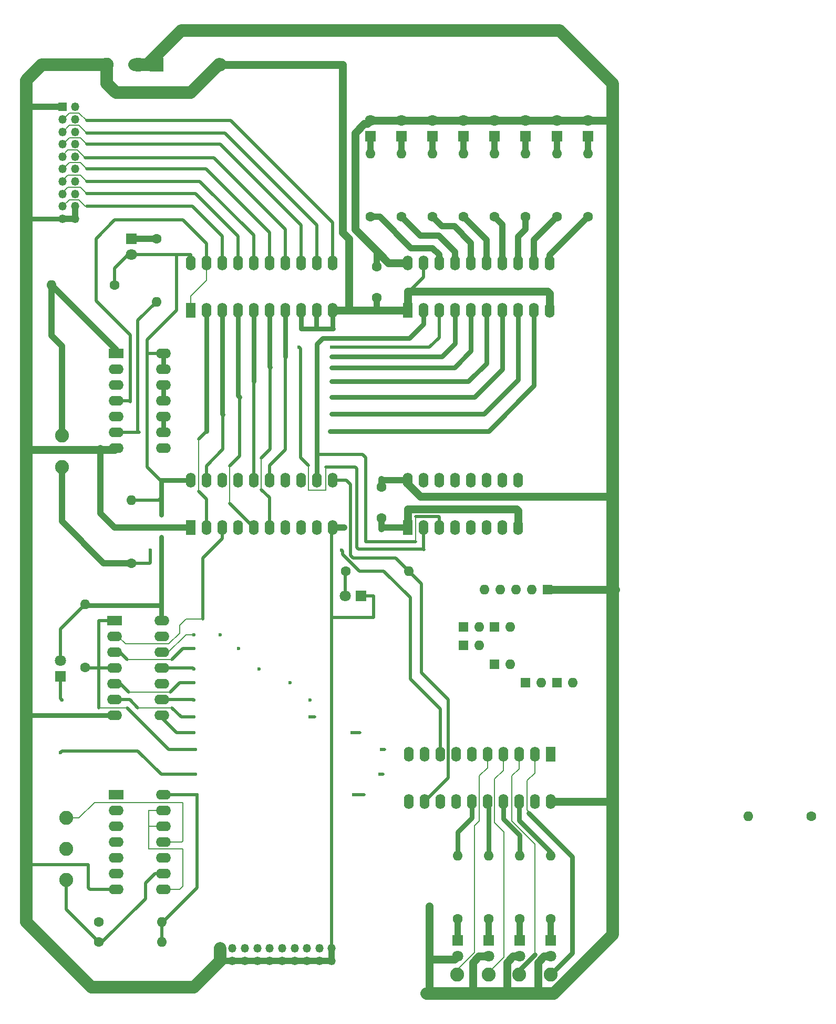
<source format=gbr>
G04 #@! TF.GenerationSoftware,KiCad,Pcbnew,no-vcs-found-bf44d39~61~ubuntu16.04.1*
G04 #@! TF.CreationDate,2018-04-25T15:46:39+02:00*
G04 #@! TF.ProjectId,Befehle,42656665686C652E6B696361645F7063,rev?*
G04 #@! TF.SameCoordinates,Original*
G04 #@! TF.FileFunction,Copper,L2,Bot,Signal*
G04 #@! TF.FilePolarity,Positive*
%FSLAX46Y46*%
G04 Gerber Fmt 4.6, Leading zero omitted, Abs format (unit mm)*
G04 Created by KiCad (PCBNEW no-vcs-found-bf44d39~61~ubuntu16.04.1) date Wed Apr 25 15:46:39 2018*
%MOMM*%
%LPD*%
G01*
G04 APERTURE LIST*
%ADD10R,1.800000X1.800000*%
%ADD11C,1.800000*%
%ADD12O,1.600000X2.400000*%
%ADD13R,1.600000X2.400000*%
%ADD14R,2.400000X1.600000*%
%ADD15O,2.400000X1.600000*%
%ADD16O,1.600000X1.600000*%
%ADD17R,1.600000X1.600000*%
%ADD18C,1.600000*%
%ADD19O,2.200000X2.200000*%
%ADD20R,2.200000X2.200000*%
%ADD21O,1.350000X1.350000*%
%ADD22R,1.350000X1.350000*%
%ADD23C,2.250000*%
%ADD24C,0.600000*%
%ADD25C,0.500000*%
%ADD26C,0.150000*%
%ADD27C,0.200000*%
%ADD28C,0.800000*%
%ADD29C,1.000000*%
%ADD30C,2.000000*%
%ADD31C,1.250000*%
G04 APERTURE END LIST*
D10*
X25000000Y-126000000D03*
D11*
X25000000Y-123460000D03*
D10*
X89000000Y-168500000D03*
D11*
X89000000Y-171040000D03*
D10*
X75000000Y-39000000D03*
D11*
X75000000Y-36460000D03*
D10*
X80000000Y-39000000D03*
D11*
X80000000Y-36460000D03*
D10*
X94000000Y-168500000D03*
D11*
X94000000Y-171040000D03*
D10*
X85000000Y-39000000D03*
D11*
X85000000Y-36460000D03*
X90000000Y-36460000D03*
D10*
X90000000Y-39000000D03*
D11*
X95000000Y-36460000D03*
D10*
X95000000Y-39000000D03*
X100000000Y-39000000D03*
D11*
X100000000Y-36460000D03*
D10*
X105000000Y-39000000D03*
D11*
X105000000Y-36460000D03*
D10*
X110000000Y-39000000D03*
D11*
X110000000Y-36460000D03*
D12*
X81000000Y-94380000D03*
X98780000Y-102000000D03*
X83540000Y-94380000D03*
X96240000Y-102000000D03*
X86080000Y-94380000D03*
X93700000Y-102000000D03*
X88620000Y-94380000D03*
X91160000Y-102000000D03*
X91160000Y-94380000D03*
X88620000Y-102000000D03*
X93700000Y-94380000D03*
X86080000Y-102000000D03*
X96240000Y-94380000D03*
X83540000Y-102000000D03*
X98780000Y-94380000D03*
D13*
X81000000Y-102000000D03*
D14*
X33750000Y-117000000D03*
D15*
X41370000Y-132240000D03*
X33750000Y-119540000D03*
X41370000Y-129700000D03*
X33750000Y-122080000D03*
X41370000Y-127160000D03*
X33750000Y-124620000D03*
X41370000Y-124620000D03*
X33750000Y-127160000D03*
X41370000Y-122080000D03*
X33750000Y-129700000D03*
X41370000Y-119540000D03*
X33750000Y-132240000D03*
X41370000Y-117000000D03*
D14*
X34000000Y-145000000D03*
D15*
X41620000Y-160240000D03*
X34000000Y-147540000D03*
X41620000Y-157700000D03*
X34000000Y-150080000D03*
X41620000Y-155160000D03*
X34000000Y-152620000D03*
X41620000Y-152620000D03*
X34000000Y-155160000D03*
X41620000Y-150080000D03*
X34000000Y-157700000D03*
X41620000Y-147540000D03*
X34000000Y-160240000D03*
X41620000Y-145000000D03*
D13*
X81000000Y-67000000D03*
D12*
X103860000Y-59380000D03*
X83540000Y-67000000D03*
X101320000Y-59380000D03*
X86080000Y-67000000D03*
X98780000Y-59380000D03*
X88620000Y-67000000D03*
X96240000Y-59380000D03*
X91160000Y-67000000D03*
X93700000Y-59380000D03*
X93700000Y-67000000D03*
X91160000Y-59380000D03*
X96240000Y-67000000D03*
X88620000Y-59380000D03*
X98780000Y-67000000D03*
X86080000Y-59380000D03*
X101320000Y-67000000D03*
X83540000Y-59380000D03*
X103860000Y-67000000D03*
X81000000Y-59380000D03*
D13*
X46000000Y-102000000D03*
D12*
X68860000Y-94380000D03*
X48540000Y-102000000D03*
X66320000Y-94380000D03*
X51080000Y-102000000D03*
X63780000Y-94380000D03*
X53620000Y-102000000D03*
X61240000Y-94380000D03*
X56160000Y-102000000D03*
X58700000Y-94380000D03*
X58700000Y-102000000D03*
X56160000Y-94380000D03*
X61240000Y-102000000D03*
X53620000Y-94380000D03*
X63780000Y-102000000D03*
X51080000Y-94380000D03*
X66320000Y-102000000D03*
X48540000Y-94380000D03*
X68860000Y-102000000D03*
X46000000Y-94380000D03*
D13*
X46000000Y-67000000D03*
D12*
X68860000Y-59380000D03*
X48540000Y-67000000D03*
X66320000Y-59380000D03*
X51080000Y-67000000D03*
X63780000Y-59380000D03*
X53620000Y-67000000D03*
X61240000Y-59380000D03*
X56160000Y-67000000D03*
X58700000Y-59380000D03*
X58700000Y-67000000D03*
X56160000Y-59380000D03*
X61240000Y-67000000D03*
X53620000Y-59380000D03*
X63780000Y-67000000D03*
X51080000Y-59380000D03*
X66320000Y-67000000D03*
X48540000Y-59380000D03*
X68860000Y-67000000D03*
X46000000Y-59380000D03*
D14*
X34000000Y-74000000D03*
D15*
X41620000Y-89240000D03*
X34000000Y-76540000D03*
X41620000Y-86700000D03*
X34000000Y-79080000D03*
X41620000Y-84160000D03*
X34000000Y-81620000D03*
X41620000Y-81620000D03*
X34000000Y-84160000D03*
X41620000Y-79080000D03*
X34000000Y-86700000D03*
X41620000Y-76540000D03*
X34000000Y-89240000D03*
X41620000Y-74000000D03*
D10*
X36500000Y-55500000D03*
D11*
X36500000Y-58040000D03*
D10*
X73500000Y-113000000D03*
D11*
X70960000Y-113000000D03*
D10*
X99000000Y-168500000D03*
D11*
X99000000Y-171040000D03*
D10*
X104000000Y-168500000D03*
D11*
X104000000Y-171040000D03*
D16*
X93340000Y-112000000D03*
X95880000Y-112000000D03*
X98420000Y-112000000D03*
X100960000Y-112000000D03*
D17*
X103500000Y-112000000D03*
D16*
X97540000Y-118000000D03*
D17*
X95000000Y-118000000D03*
X90000000Y-121000000D03*
D16*
X92540000Y-121000000D03*
X102540000Y-127000000D03*
D17*
X100000000Y-127000000D03*
D16*
X92540000Y-118000000D03*
D17*
X90000000Y-118000000D03*
D18*
X89000000Y-165000000D03*
D16*
X89000000Y-154840000D03*
X75000000Y-41840000D03*
D18*
X75000000Y-52000000D03*
X80000000Y-52000000D03*
D16*
X80000000Y-41840000D03*
X94000000Y-154840000D03*
D18*
X94000000Y-165000000D03*
D16*
X85000000Y-41840000D03*
D18*
X85000000Y-52000000D03*
X90000000Y-52000000D03*
D16*
X90000000Y-41840000D03*
X95000000Y-41840000D03*
D18*
X95000000Y-52000000D03*
X100000000Y-52000000D03*
D16*
X100000000Y-41840000D03*
X105000000Y-41840000D03*
D18*
X105000000Y-52000000D03*
D16*
X99000000Y-154840000D03*
D18*
X99000000Y-165000000D03*
X110000000Y-52000000D03*
D16*
X110000000Y-41840000D03*
D18*
X104000000Y-165000000D03*
D16*
X104000000Y-154840000D03*
D18*
X33750000Y-63000000D03*
D16*
X23590000Y-63000000D03*
X135840000Y-148500000D03*
D18*
X146000000Y-148500000D03*
X31250000Y-165500000D03*
D16*
X41410000Y-165500000D03*
X36500000Y-97590000D03*
D18*
X36500000Y-107750000D03*
D16*
X40500000Y-65660000D03*
D18*
X40500000Y-55500000D03*
D16*
X41410000Y-168750000D03*
D18*
X31250000Y-168750000D03*
X29000000Y-124500000D03*
D16*
X29000000Y-114340000D03*
D18*
X71000000Y-109000000D03*
D16*
X81160000Y-109000000D03*
X107540000Y-127000000D03*
D17*
X105000000Y-127000000D03*
D16*
X97540000Y-124000000D03*
D17*
X95000000Y-124000000D03*
D19*
X50660000Y-27500000D03*
D20*
X40500000Y-27500000D03*
D21*
X68750000Y-169750000D03*
X68750000Y-171750000D03*
X66750000Y-169750000D03*
X66750000Y-171750000D03*
X64750000Y-169750000D03*
X64750000Y-171750000D03*
X62750000Y-169750000D03*
X62750000Y-171750000D03*
X60750000Y-169750000D03*
X60750000Y-171750000D03*
X58750000Y-169750000D03*
X58750000Y-171750000D03*
X56750000Y-169750000D03*
X56750000Y-171750000D03*
X54750000Y-169750000D03*
X54750000Y-171750000D03*
X52750000Y-169750000D03*
X52750000Y-171750000D03*
X50750000Y-169750000D03*
D22*
X50750000Y-171750000D03*
X25400000Y-34290000D03*
D21*
X27400000Y-34290000D03*
X25400000Y-36290000D03*
X27400000Y-36290000D03*
X25400000Y-38290000D03*
X27400000Y-38290000D03*
X25400000Y-40290000D03*
X27400000Y-40290000D03*
X25400000Y-42290000D03*
X27400000Y-42290000D03*
X25400000Y-44290000D03*
X27400000Y-44290000D03*
X25400000Y-46290000D03*
X27400000Y-46290000D03*
X25400000Y-48290000D03*
X27400000Y-48290000D03*
X25400000Y-50290000D03*
X27400000Y-50290000D03*
X25400000Y-52290000D03*
X27400000Y-52290000D03*
D23*
X37540000Y-27500000D03*
X32460000Y-27500000D03*
X25250000Y-87210000D03*
X25250000Y-92290000D03*
X26000000Y-153750000D03*
X26000000Y-148750000D03*
X26000000Y-158750000D03*
X98960000Y-174000000D03*
X104040000Y-174000000D03*
X94040000Y-174000000D03*
X88960000Y-174000000D03*
D12*
X104000000Y-146120000D03*
X81140000Y-138500000D03*
X101460000Y-146120000D03*
X83680000Y-138500000D03*
X98920000Y-146120000D03*
X86220000Y-138500000D03*
X96380000Y-146120000D03*
X88760000Y-138500000D03*
X93840000Y-146120000D03*
X91300000Y-138500000D03*
X91300000Y-146120000D03*
X93840000Y-138500000D03*
X88760000Y-146120000D03*
X96380000Y-138500000D03*
X86220000Y-146120000D03*
X98920000Y-138500000D03*
X83680000Y-146120000D03*
X101460000Y-138500000D03*
X81140000Y-146120000D03*
D13*
X104000000Y-138500000D03*
D18*
X76000000Y-60000000D03*
X76000000Y-65000000D03*
X76750000Y-95500000D03*
X76750000Y-100500000D03*
D24*
X68750000Y-78500000D03*
X56200000Y-78500000D03*
X68750000Y-73000000D03*
X63500000Y-73000000D03*
X68750000Y-74500000D03*
X61250000Y-74500000D03*
X58800000Y-76200000D03*
X68750000Y-76250000D03*
X68750000Y-81000000D03*
X53900000Y-81000000D03*
X46750000Y-137750000D03*
X76750000Y-137750000D03*
X68750000Y-83750000D03*
X51200000Y-83800000D03*
X68500000Y-86500000D03*
X48600000Y-86500000D03*
X76750000Y-102000000D03*
X70750000Y-102000000D03*
X72250000Y-145000000D03*
X47000000Y-145000000D03*
X41250000Y-100000000D03*
X41300000Y-103500000D03*
X46750000Y-141750000D03*
X25250000Y-129750000D03*
X25000000Y-138250000D03*
X76500000Y-141750000D03*
X57000000Y-124750000D03*
X46500000Y-124750000D03*
X70300000Y-105600000D03*
X39500000Y-105600000D03*
X46500000Y-135000000D03*
X72000000Y-135000000D03*
X65250000Y-129750000D03*
X46500000Y-129750000D03*
X53750000Y-121500000D03*
X46500000Y-121500000D03*
X62000000Y-127000000D03*
X46500000Y-127000000D03*
X46500000Y-119250000D03*
X50750000Y-119250000D03*
X65250000Y-132500000D03*
X46500000Y-132500000D03*
D25*
X29250000Y-36500000D02*
X52500000Y-36500000D01*
D26*
X28000000Y-35250000D02*
X29250000Y-36500000D01*
X26500000Y-35250000D02*
X28000000Y-35250000D01*
X25460000Y-36290000D02*
X26500000Y-35250000D01*
D25*
X68860000Y-52860000D02*
X68860000Y-59380000D01*
X52500000Y-36500000D02*
X68860000Y-52860000D01*
D26*
X25400000Y-36290000D02*
X25460000Y-36290000D01*
D25*
X29250000Y-38500000D02*
X51500000Y-38500000D01*
D26*
X28000000Y-37250000D02*
X29250000Y-38500000D01*
X26500000Y-37250000D02*
X28000000Y-37250000D01*
X25460000Y-38290000D02*
X26500000Y-37250000D01*
D25*
X66320000Y-53320000D02*
X66320000Y-59380000D01*
X51500000Y-38500000D02*
X66320000Y-53320000D01*
D26*
X25400000Y-38290000D02*
X25460000Y-38290000D01*
D25*
X29250000Y-40250000D02*
X50750000Y-40250000D01*
D26*
X25460000Y-40290000D02*
X26500000Y-39250000D01*
X26500000Y-39250000D02*
X28250000Y-39250000D01*
X28250000Y-39250000D02*
X29250000Y-40250000D01*
D25*
X63780000Y-53280000D02*
X63780000Y-59380000D01*
X50750000Y-40250000D02*
X63780000Y-53280000D01*
D26*
X25400000Y-40290000D02*
X25460000Y-40290000D01*
X25400000Y-42290000D02*
X25400000Y-42100000D01*
X25400000Y-42100000D02*
X26250000Y-41250000D01*
D25*
X61240000Y-53990000D02*
X49750000Y-42500000D01*
X49750000Y-42500000D02*
X29000000Y-42500000D01*
X61240000Y-59380000D02*
X61240000Y-53990000D01*
D26*
X27750000Y-41250000D02*
X29000000Y-42500000D01*
X26250000Y-41250000D02*
X27750000Y-41250000D01*
X25400000Y-42290000D02*
X25460000Y-42290000D01*
D25*
X29250000Y-44250000D02*
X48500000Y-44250000D01*
D26*
X28250000Y-43250000D02*
X29250000Y-44250000D01*
X26500000Y-43250000D02*
X28250000Y-43250000D01*
X25460000Y-44290000D02*
X26500000Y-43250000D01*
D25*
X58750000Y-54500000D02*
X58750000Y-59330000D01*
X48500000Y-44250000D02*
X58750000Y-54500000D01*
X58750000Y-59330000D02*
X58700000Y-59380000D01*
D26*
X25400000Y-44290000D02*
X25460000Y-44290000D01*
D25*
X56160000Y-59380000D02*
X56160000Y-54910000D01*
D26*
X28250000Y-45250000D02*
X29250000Y-46250000D01*
X26250000Y-45250000D02*
X28250000Y-45250000D01*
X26250000Y-45250000D02*
X25400000Y-46100000D01*
D25*
X47500000Y-46250000D02*
X29250000Y-46250000D01*
X56160000Y-54910000D02*
X47500000Y-46250000D01*
D26*
X25400000Y-46290000D02*
X25400000Y-46100000D01*
D25*
X56200000Y-78500000D02*
X56200000Y-94340000D01*
D27*
X56200000Y-94340000D02*
X56160000Y-94380000D01*
D28*
X56160000Y-67000000D02*
X56160000Y-78460000D01*
X93700000Y-75550000D02*
X93700000Y-67000000D01*
X90750000Y-78500000D02*
X68750000Y-78500000D01*
X93700000Y-75550000D02*
X90750000Y-78500000D01*
X56160000Y-78460000D02*
X56200000Y-78500000D01*
D27*
X65000000Y-96000000D02*
X65250000Y-96000000D01*
D25*
X86080000Y-71420000D02*
X84500000Y-73000000D01*
X84500000Y-73000000D02*
X68750000Y-73000000D01*
X63500000Y-73000000D02*
X63750000Y-73250000D01*
X63750000Y-73250000D02*
X63750000Y-90750000D01*
X63750000Y-90750000D02*
X65000000Y-92000000D01*
D27*
X65000000Y-92000000D02*
X65000000Y-96000000D01*
D25*
X86080000Y-71420000D02*
X86080000Y-67000000D01*
X83540000Y-102000000D02*
X83540000Y-105460000D01*
X83540000Y-105460000D02*
X83600000Y-105520000D01*
X83600000Y-105520000D02*
X83520000Y-105520000D01*
X83520000Y-105520000D02*
X83500000Y-105500000D01*
X73000000Y-105500000D02*
X83500000Y-105500000D01*
X72750000Y-105250000D02*
X73000000Y-105500000D01*
X72750000Y-92500000D02*
X72750000Y-105250000D01*
X72500000Y-92250000D02*
X72750000Y-92500000D01*
X67750000Y-92250000D02*
X72500000Y-92250000D01*
D27*
X67750000Y-96000000D02*
X67750000Y-92250000D01*
X65250000Y-96000000D02*
X67750000Y-96000000D01*
D25*
X86080000Y-102000000D02*
X86080000Y-100330000D01*
X86080000Y-100330000D02*
X86000000Y-100250000D01*
X61250000Y-74500000D02*
X61250000Y-89450000D01*
X61250000Y-89450000D02*
X58700000Y-92000000D01*
X58700000Y-92000000D02*
X58700000Y-94380000D01*
D28*
X61250000Y-67010000D02*
X61250000Y-74500000D01*
X88620000Y-72380000D02*
X86500000Y-74500000D01*
X86500000Y-74500000D02*
X68750000Y-74500000D01*
X88620000Y-72380000D02*
X88620000Y-67000000D01*
X61250000Y-67010000D02*
X61240000Y-67000000D01*
D25*
X58800000Y-76200000D02*
X58800000Y-89400000D01*
X58800000Y-89400000D02*
X57400000Y-90800000D01*
D27*
X57400000Y-90800000D02*
X57400000Y-95900000D01*
D25*
X57400000Y-95900000D02*
X58700000Y-97200000D01*
X58700000Y-97200000D02*
X58700000Y-102000000D01*
D28*
X58700000Y-67000000D02*
X58700000Y-76100000D01*
X91160000Y-73590000D02*
X91160000Y-67000000D01*
X88500000Y-76250000D02*
X68750000Y-76250000D01*
X91160000Y-73590000D02*
X88500000Y-76250000D01*
X58700000Y-76100000D02*
X58800000Y-76200000D01*
D25*
X66320000Y-90250000D02*
X73750000Y-90250000D01*
X73750000Y-90250000D02*
X74250000Y-90750000D01*
X74250000Y-90750000D02*
X74250000Y-104250000D01*
X74250000Y-104250000D02*
X82250000Y-104250000D01*
D27*
X82250000Y-104250000D02*
X82250000Y-100250000D01*
D25*
X82250000Y-100250000D02*
X86000000Y-100250000D01*
D27*
X86000000Y-100250000D02*
X86000000Y-100500000D01*
D28*
X81250000Y-71500000D02*
X83500000Y-69250000D01*
X66320000Y-72430000D02*
X67250000Y-71500000D01*
X67250000Y-71500000D02*
X81250000Y-71500000D01*
X66320000Y-94380000D02*
X66320000Y-90250000D01*
X66320000Y-90250000D02*
X66320000Y-72430000D01*
X83500000Y-69250000D02*
X83500000Y-67040000D01*
X83500000Y-67040000D02*
X83540000Y-67000000D01*
D25*
X53900000Y-81000000D02*
X53900000Y-90500000D01*
X53900000Y-90500000D02*
X52300000Y-92100000D01*
D27*
X52300000Y-92100000D02*
X52300000Y-98140000D01*
D25*
X52300000Y-98140000D02*
X56160000Y-102000000D01*
D28*
X53620000Y-67000000D02*
X53620000Y-80720000D01*
X96240000Y-76510000D02*
X91750000Y-81000000D01*
X91750000Y-81000000D02*
X68750000Y-81000000D01*
X96240000Y-76510000D02*
X96240000Y-67000000D01*
X53620000Y-80720000D02*
X53900000Y-81000000D01*
D25*
X31250000Y-117000000D02*
X31250000Y-131000000D01*
D27*
X31250000Y-131000000D02*
X35750000Y-131000000D01*
D25*
X35750000Y-131000000D02*
X41750000Y-137000000D01*
X33750000Y-117000000D02*
X31250000Y-117000000D01*
X42500000Y-137750000D02*
X46750000Y-137750000D01*
X41750000Y-137000000D02*
X42500000Y-137750000D01*
X76750000Y-137750000D02*
X77250000Y-137750000D01*
X33750000Y-124620000D02*
X29120000Y-124620000D01*
X29120000Y-124620000D02*
X29000000Y-124500000D01*
X51200000Y-83800000D02*
X51200000Y-89400000D01*
X48540000Y-92060000D02*
X48540000Y-94380000D01*
X51200000Y-89400000D02*
X48540000Y-92060000D01*
D28*
X51080000Y-67000000D02*
X51080000Y-83680000D01*
X98780000Y-78220000D02*
X93250000Y-83750000D01*
X93250000Y-83750000D02*
X68750000Y-83750000D01*
X98780000Y-78220000D02*
X98780000Y-67000000D01*
X51080000Y-83680000D02*
X51200000Y-83800000D01*
D25*
X48540000Y-102000000D02*
X48540000Y-97440000D01*
X48540000Y-97440000D02*
X47300000Y-96200000D01*
D27*
X47300000Y-96200000D02*
X47300000Y-87800000D01*
D25*
X47300000Y-87800000D02*
X48600000Y-86500000D01*
D28*
X48600000Y-67060000D02*
X48600000Y-86500000D01*
X101320000Y-79180000D02*
X94000000Y-86500000D01*
X94000000Y-86500000D02*
X68500000Y-86500000D01*
X101320000Y-79180000D02*
X101320000Y-67000000D01*
X48600000Y-67060000D02*
X48540000Y-67000000D01*
D25*
X68750000Y-116500000D02*
X75500000Y-116500000D01*
X75500000Y-113000000D02*
X73500000Y-113000000D01*
X75500000Y-116500000D02*
X75500000Y-113000000D01*
D29*
X68860000Y-102000000D02*
X70750000Y-102000000D01*
X76750000Y-102000000D02*
X76750000Y-102250000D01*
X50750000Y-171750000D02*
X52750000Y-171750000D01*
X52750000Y-171750000D02*
X54750000Y-171750000D01*
X54750000Y-171750000D02*
X56750000Y-171750000D01*
X56750000Y-171750000D02*
X58750000Y-171750000D01*
X58750000Y-171750000D02*
X60750000Y-171750000D01*
X60750000Y-171750000D02*
X62750000Y-171750000D01*
X62750000Y-171750000D02*
X64750000Y-171750000D01*
X64750000Y-171750000D02*
X66750000Y-171750000D01*
X66750000Y-171750000D02*
X68750000Y-171750000D01*
X68750000Y-171750000D02*
X68750000Y-169750000D01*
D30*
X45000000Y-176000000D02*
X46500000Y-176000000D01*
X30000000Y-176000000D02*
X45000000Y-176000000D01*
X19500000Y-165500000D02*
X30000000Y-176000000D01*
X19500000Y-156250000D02*
X19500000Y-165500000D01*
X46500000Y-176000000D02*
X50750000Y-171750000D01*
X50750000Y-171750000D02*
X50750000Y-169750000D01*
D25*
X68750000Y-169750000D02*
X68750000Y-116500000D01*
X68750000Y-116500000D02*
X68750000Y-102110000D01*
X68750000Y-102110000D02*
X68860000Y-102000000D01*
D28*
X66250000Y-70000000D02*
X66250000Y-67070000D01*
X66250000Y-67070000D02*
X66320000Y-67000000D01*
X63780000Y-67000000D02*
X63780000Y-69970000D01*
X68860000Y-69860000D02*
X68860000Y-67000000D01*
X69000000Y-70000000D02*
X68860000Y-69860000D01*
X63810000Y-70000000D02*
X66250000Y-70000000D01*
X66250000Y-70000000D02*
X69000000Y-70000000D01*
X63780000Y-69970000D02*
X63810000Y-70000000D01*
D29*
X76750000Y-100500000D02*
X76750000Y-102250000D01*
X77000000Y-102000000D02*
X81000000Y-102000000D01*
X76750000Y-102250000D02*
X77000000Y-102000000D01*
X76000000Y-65000000D02*
X76000000Y-67000000D01*
X25400000Y-52290000D02*
X27400000Y-52290000D01*
X27400000Y-52290000D02*
X27400000Y-50290000D01*
X31500000Y-89500000D02*
X31500000Y-92250000D01*
X33750000Y-102000000D02*
X31500000Y-99750000D01*
X31500000Y-99750000D02*
X31500000Y-92250000D01*
X33750000Y-102000000D02*
X46000000Y-102000000D01*
X31500000Y-89500000D02*
X31500000Y-89750000D01*
X31500000Y-89750000D02*
X31500000Y-89500000D01*
X31500000Y-89500000D02*
X31500000Y-89250000D01*
X31500000Y-89250000D02*
X31500000Y-89500000D01*
D28*
X33750000Y-132240000D02*
X19500000Y-132240000D01*
X19750000Y-132250000D02*
X19500000Y-132250000D01*
X19510000Y-132250000D02*
X19750000Y-132250000D01*
X19500000Y-132240000D02*
X19510000Y-132250000D01*
D25*
X81000000Y-64000000D02*
X81250000Y-64000000D01*
X83540000Y-61710000D02*
X83540000Y-59380000D01*
X81250000Y-64000000D02*
X83540000Y-61710000D01*
X34000000Y-160240000D02*
X29760000Y-160240000D01*
X29500000Y-156250000D02*
X19500000Y-156250000D01*
X29500000Y-159980000D02*
X29500000Y-156250000D01*
X29760000Y-160240000D02*
X29500000Y-159980000D01*
X19500000Y-156250000D02*
X20500000Y-156250000D01*
X20500000Y-156250000D02*
X19500000Y-156250000D01*
D28*
X25400000Y-52290000D02*
X19540000Y-52290000D01*
X19540000Y-52290000D02*
X19500000Y-52250000D01*
D29*
X25400000Y-34290000D02*
X19500000Y-34290000D01*
X19500000Y-34290000D02*
X19500000Y-34500000D01*
D31*
X19500000Y-89500000D02*
X31500000Y-89500000D01*
X31500000Y-89500000D02*
X33740000Y-89500000D01*
X33740000Y-89500000D02*
X34000000Y-89240000D01*
X71500000Y-67000000D02*
X71500000Y-55500000D01*
X70500000Y-27500000D02*
X50660000Y-27500000D01*
X70500000Y-54500000D02*
X70500000Y-27500000D01*
X71500000Y-55500000D02*
X70500000Y-54500000D01*
X81000000Y-67000000D02*
X76000000Y-67000000D01*
X76000000Y-67000000D02*
X71500000Y-67000000D01*
X71500000Y-67000000D02*
X68860000Y-67000000D01*
X103860000Y-67000000D02*
X103860000Y-64360000D01*
X81000000Y-64000000D02*
X81000000Y-67000000D01*
X103500000Y-64000000D02*
X81000000Y-64000000D01*
X103860000Y-64360000D02*
X103500000Y-64000000D01*
X98780000Y-102000000D02*
X98780000Y-99280000D01*
X81000000Y-99000000D02*
X81000000Y-102000000D01*
X98500000Y-99000000D02*
X81000000Y-99000000D01*
X98780000Y-99280000D02*
X98500000Y-99000000D01*
D30*
X32500000Y-27500000D02*
X22000000Y-27500000D01*
X19500000Y-30000000D02*
X19500000Y-32000000D01*
X19500000Y-32000000D02*
X19500000Y-34500000D01*
X19500000Y-34500000D02*
X19500000Y-52250000D01*
X19500000Y-52250000D02*
X19500000Y-84250000D01*
X19500000Y-84250000D02*
X19500000Y-89500000D01*
X19500000Y-89500000D02*
X19500000Y-132250000D01*
X19500000Y-132250000D02*
X19500000Y-156250000D01*
X22000000Y-27500000D02*
X19500000Y-30000000D01*
X50660000Y-27500000D02*
X50500000Y-27500000D01*
X50500000Y-27500000D02*
X46000000Y-32000000D01*
X46000000Y-32000000D02*
X34000000Y-32000000D01*
X34000000Y-32000000D02*
X32500000Y-30500000D01*
X32500000Y-30500000D02*
X32500000Y-27500000D01*
D28*
X41620000Y-76540000D02*
X41620000Y-74000000D01*
D29*
X76750000Y-95500000D02*
X76750000Y-94250000D01*
X76880000Y-94380000D02*
X81000000Y-94380000D01*
X76750000Y-94250000D02*
X76880000Y-94380000D01*
X76000000Y-60000000D02*
X76000000Y-57500000D01*
D25*
X72250000Y-145000000D02*
X74000000Y-145000000D01*
X25000000Y-123460000D02*
X25000000Y-118340000D01*
X25000000Y-118340000D02*
X29000000Y-114340000D01*
D28*
X41250000Y-114500000D02*
X29160000Y-114500000D01*
D25*
X29160000Y-114500000D02*
X29000000Y-114340000D01*
D28*
X41250000Y-116880000D02*
X41250000Y-114500000D01*
X41250000Y-114500000D02*
X41300000Y-103500000D01*
X41250000Y-100000000D02*
X41250000Y-97180000D01*
D25*
X41250000Y-116880000D02*
X41370000Y-117000000D01*
X36500000Y-97590000D02*
X40840000Y-97590000D01*
X40840000Y-97590000D02*
X41250000Y-97180000D01*
D28*
X41250000Y-97180000D02*
X41250000Y-94380000D01*
D25*
X36500000Y-58040000D02*
X35960000Y-58040000D01*
X35960000Y-58040000D02*
X33750000Y-60250000D01*
X33750000Y-60250000D02*
X33750000Y-63000000D01*
X47000000Y-145000000D02*
X41620000Y-145000000D01*
X41410000Y-165500000D02*
X41500000Y-165500000D01*
X41500000Y-165500000D02*
X47000000Y-160000000D01*
X47000000Y-160000000D02*
X47000000Y-145000000D01*
X41410000Y-168750000D02*
X41410000Y-165500000D01*
X39000000Y-74000000D02*
X41620000Y-74000000D01*
X43750000Y-58040000D02*
X43750000Y-67000000D01*
X41130000Y-94380000D02*
X41250000Y-94380000D01*
D28*
X41250000Y-94380000D02*
X46000000Y-94380000D01*
D25*
X39000000Y-92250000D02*
X41130000Y-94380000D01*
X39000000Y-71750000D02*
X39000000Y-74000000D01*
X39000000Y-74000000D02*
X39000000Y-92250000D01*
X43750000Y-67000000D02*
X39000000Y-71750000D01*
X36500000Y-58040000D02*
X43750000Y-58040000D01*
X43750000Y-58040000D02*
X45960000Y-58040000D01*
X46000000Y-58080000D02*
X46000000Y-59380000D01*
X45960000Y-58040000D02*
X46000000Y-58080000D01*
D28*
X94000000Y-154840000D02*
X94000000Y-146280000D01*
X94000000Y-146280000D02*
X93840000Y-146120000D01*
D31*
X114000000Y-36500000D02*
X110040000Y-36500000D01*
X110040000Y-36500000D02*
X110000000Y-36460000D01*
X110000000Y-36460000D02*
X100000000Y-36460000D01*
X100000000Y-36460000D02*
X95000000Y-36460000D01*
X95000000Y-36460000D02*
X90000000Y-36460000D01*
X90000000Y-36460000D02*
X85000000Y-36460000D01*
X85000000Y-36460000D02*
X80000000Y-36460000D01*
X80000000Y-36460000D02*
X75000000Y-36460000D01*
X75000000Y-36460000D02*
X74460000Y-37000000D01*
X74460000Y-37000000D02*
X74000000Y-37000000D01*
X74000000Y-37000000D02*
X72500000Y-38500000D01*
X72500000Y-38500000D02*
X72500000Y-54000000D01*
X72500000Y-54000000D02*
X76000000Y-57500000D01*
X76000000Y-57500000D02*
X77880000Y-59380000D01*
X77880000Y-59380000D02*
X81000000Y-59380000D01*
X81000000Y-94380000D02*
X81000000Y-95000000D01*
X81000000Y-95000000D02*
X83000000Y-97000000D01*
X83000000Y-97000000D02*
X114000000Y-97000000D01*
X103500000Y-112000000D02*
X114000000Y-112000000D01*
X114000000Y-112000000D02*
X114500000Y-112000000D01*
X114500000Y-112000000D02*
X114000000Y-112000000D01*
X104000000Y-146120000D02*
X114000000Y-146120000D01*
X113500000Y-146500000D02*
X114000000Y-146500000D01*
X113620000Y-146500000D02*
X113500000Y-146500000D01*
X114000000Y-146120000D02*
X113620000Y-146500000D01*
D30*
X44500000Y-22000000D02*
X39000000Y-27500000D01*
X114000000Y-30500000D02*
X114000000Y-36500000D01*
X114000000Y-36500000D02*
X114000000Y-97000000D01*
X114000000Y-97000000D02*
X114000000Y-112000000D01*
X114000000Y-112000000D02*
X114000000Y-146500000D01*
X114000000Y-146500000D02*
X114000000Y-167500000D01*
X105500000Y-22000000D02*
X114000000Y-30500000D01*
X44500000Y-22000000D02*
X105500000Y-22000000D01*
X37000000Y-27500000D02*
X39000000Y-27500000D01*
X39000000Y-27500000D02*
X40500000Y-27500000D01*
D29*
X94000000Y-146280000D02*
X93840000Y-146120000D01*
D30*
X104500000Y-177000000D02*
X102000000Y-177000000D01*
X102000000Y-177000000D02*
X97000000Y-177000000D01*
X97000000Y-177000000D02*
X91500000Y-177000000D01*
X114000000Y-167500000D02*
X104500000Y-177000000D01*
D31*
X102000000Y-177000000D02*
X102000000Y-172000000D01*
X102000000Y-172000000D02*
X102960000Y-171040000D01*
X97000000Y-177000000D02*
X97000000Y-172000000D01*
X97000000Y-172000000D02*
X97960000Y-171040000D01*
X91500000Y-177000000D02*
X91500000Y-172000000D01*
X91500000Y-172000000D02*
X92460000Y-171040000D01*
D30*
X91500000Y-177000000D02*
X84000000Y-177000000D01*
D31*
X84500000Y-174500000D02*
X84500000Y-177000000D01*
D30*
X84000000Y-177000000D02*
X84500000Y-177000000D01*
D31*
X84500000Y-171500000D02*
X84500000Y-174500000D01*
X84500000Y-163000000D02*
X84500000Y-171500000D01*
D27*
X39250000Y-150080000D02*
X39250000Y-147500000D01*
X39290000Y-147540000D02*
X41620000Y-147540000D01*
X39250000Y-147500000D02*
X39290000Y-147540000D01*
X41580000Y-147500000D02*
X41620000Y-147540000D01*
X39250000Y-150080000D02*
X39250000Y-153750000D01*
X44240000Y-160240000D02*
X41620000Y-160240000D01*
X44750000Y-153750000D02*
X39250000Y-153750000D01*
X44750000Y-159730000D02*
X44750000Y-153750000D01*
X44240000Y-160240000D02*
X44750000Y-159730000D01*
X39250000Y-150080000D02*
X41620000Y-150080000D01*
D25*
X25000000Y-129500000D02*
X25250000Y-129750000D01*
X25000000Y-138250000D02*
X25250000Y-138000000D01*
X25250000Y-138000000D02*
X37500000Y-138000000D01*
X37500000Y-138000000D02*
X41250000Y-141750000D01*
X41250000Y-141750000D02*
X46750000Y-141750000D01*
X25000000Y-126000000D02*
X25000000Y-129500000D01*
X76500000Y-141750000D02*
X77000000Y-141750000D01*
D29*
X36500000Y-55500000D02*
X40500000Y-55500000D01*
X89000000Y-165000000D02*
X89000000Y-168500000D01*
X75000000Y-41840000D02*
X75000000Y-39000000D01*
X80000000Y-41840000D02*
X80000000Y-39000000D01*
X94000000Y-165000000D02*
X94000000Y-168500000D01*
X85000000Y-41840000D02*
X85000000Y-39000000D01*
X90000000Y-41840000D02*
X90000000Y-39000000D01*
X95000000Y-41840000D02*
X95000000Y-39000000D01*
X100000000Y-41840000D02*
X100000000Y-39000000D01*
X105000000Y-41840000D02*
X105000000Y-39000000D01*
X110000000Y-41840000D02*
X110000000Y-39000000D01*
D25*
X29250000Y-48250000D02*
X46750000Y-48250000D01*
D26*
X28250000Y-47250000D02*
X29250000Y-48250000D01*
X25400000Y-48100000D02*
X26250000Y-47250000D01*
X26250000Y-47250000D02*
X28250000Y-47250000D01*
D25*
X53620000Y-55120000D02*
X53620000Y-59380000D01*
X46750000Y-48250000D02*
X53620000Y-55120000D01*
D26*
X25400000Y-48290000D02*
X25400000Y-48100000D01*
X29250000Y-50250000D02*
X29000000Y-50250000D01*
D25*
X51080000Y-55080000D02*
X46250000Y-50250000D01*
X46250000Y-50250000D02*
X29250000Y-50250000D01*
X51080000Y-59380000D02*
X51080000Y-55080000D01*
D26*
X26440000Y-49250000D02*
X25400000Y-50290000D01*
X28000000Y-49250000D02*
X26440000Y-49250000D01*
X29000000Y-50250000D02*
X28000000Y-49250000D01*
D29*
X34000000Y-74000000D02*
X34000000Y-73410000D01*
X34000000Y-73410000D02*
X23590000Y-63000000D01*
X25250000Y-87210000D02*
X25250000Y-72750000D01*
X23590000Y-71090000D02*
X23590000Y-63000000D01*
X25250000Y-72750000D02*
X23590000Y-71090000D01*
D25*
X34000000Y-86700000D02*
X37700000Y-86700000D01*
X37500000Y-68660000D02*
X40500000Y-65660000D01*
X37500000Y-86500000D02*
X37500000Y-68660000D01*
X37700000Y-86700000D02*
X37500000Y-86500000D01*
D29*
X85000000Y-57000000D02*
X81500000Y-57000000D01*
X86080000Y-58080000D02*
X85000000Y-57000000D01*
X86080000Y-59380000D02*
X86080000Y-58080000D01*
X76500000Y-52000000D02*
X75000000Y-52000000D01*
X81500000Y-57000000D02*
X76500000Y-52000000D01*
X88620000Y-59380000D02*
X88620000Y-57620000D01*
X83000000Y-55000000D02*
X80000000Y-52000000D01*
X86000000Y-55000000D02*
X83000000Y-55000000D01*
X88620000Y-57620000D02*
X86000000Y-55000000D01*
X91160000Y-59380000D02*
X91160000Y-56160000D01*
X86500000Y-53500000D02*
X85000000Y-52000000D01*
X88500000Y-53500000D02*
X86500000Y-53500000D01*
X91160000Y-56160000D02*
X88500000Y-53500000D01*
X96240000Y-59380000D02*
X96240000Y-53240000D01*
X96240000Y-53240000D02*
X95000000Y-52000000D01*
X101320000Y-59380000D02*
X101320000Y-55680000D01*
X101320000Y-55680000D02*
X105000000Y-52000000D01*
D27*
X41620000Y-152620000D02*
X44620000Y-152620000D01*
X28000000Y-148750000D02*
X26000000Y-148750000D01*
X30500000Y-146250000D02*
X28000000Y-148750000D01*
X44750000Y-146250000D02*
X30500000Y-146250000D01*
X44750000Y-152490000D02*
X44750000Y-146250000D01*
X44620000Y-152620000D02*
X44750000Y-152490000D01*
D25*
X31250000Y-168750000D02*
X31750000Y-168750000D01*
X31750000Y-168750000D02*
X38750000Y-161750000D01*
X40300000Y-157700000D02*
X41620000Y-157700000D01*
X38750000Y-159250000D02*
X40300000Y-157700000D01*
X38750000Y-161750000D02*
X38750000Y-159250000D01*
X26000000Y-158750000D02*
X26000000Y-163500000D01*
X26000000Y-163500000D02*
X31250000Y-168750000D01*
X46370000Y-124620000D02*
X46500000Y-124750000D01*
X46370000Y-124620000D02*
X41370000Y-124620000D01*
D28*
X89000000Y-154840000D02*
X89000000Y-151000000D01*
X91300000Y-148700000D02*
X91300000Y-146120000D01*
X89000000Y-151000000D02*
X91300000Y-148700000D01*
D29*
X99000000Y-165000000D02*
X99000000Y-168500000D01*
X104000000Y-165000000D02*
X104000000Y-168500000D01*
D27*
X88960000Y-174000000D02*
X88960000Y-173231850D01*
X88960000Y-173231850D02*
X91750000Y-170441850D01*
X91750000Y-170441850D02*
X91750000Y-150000000D01*
X91750000Y-150000000D02*
X92500000Y-149250000D01*
X92500000Y-149250000D02*
X92500000Y-142000000D01*
X92500000Y-142000000D02*
X93840000Y-140660000D01*
X93840000Y-140660000D02*
X93840000Y-138500000D01*
X94040000Y-174000000D02*
X94040000Y-173651850D01*
X94040000Y-173651850D02*
X96500000Y-171191850D01*
X96500000Y-171191850D02*
X96500000Y-151000000D01*
X96500000Y-151000000D02*
X95000000Y-149500000D01*
X95000000Y-149500000D02*
X95000000Y-142500000D01*
X95000000Y-142500000D02*
X96380000Y-141120000D01*
X96380000Y-141120000D02*
X96380000Y-138500000D01*
D28*
X98960000Y-174000000D02*
X98960000Y-173307586D01*
X98960000Y-173307586D02*
X101500000Y-170767586D01*
D27*
X101500000Y-170767586D02*
X101500000Y-153000000D01*
X101500000Y-153000000D02*
X97750000Y-149250000D01*
X97750000Y-149250000D02*
X97750000Y-142000000D01*
X97750000Y-142000000D02*
X98920000Y-140830000D01*
X98920000Y-140830000D02*
X98920000Y-138500000D01*
X100500000Y-148000000D02*
X100500000Y-147750000D01*
D28*
X100500000Y-148000000D02*
X107500000Y-155000000D01*
X107500000Y-170500000D02*
X107500000Y-155000000D01*
X104040000Y-173960000D02*
X107500000Y-170500000D01*
D27*
X101460000Y-141540000D02*
X101460000Y-138500000D01*
X100250000Y-142750000D02*
X101460000Y-141540000D01*
X100250000Y-147500000D02*
X100250000Y-142750000D01*
X100500000Y-147750000D02*
X100250000Y-147500000D01*
D28*
X104040000Y-174000000D02*
X104040000Y-173960000D01*
X99000000Y-154840000D02*
X99000000Y-151500000D01*
X96380000Y-148880000D02*
X96380000Y-146120000D01*
X99000000Y-151500000D02*
X96380000Y-148880000D01*
D25*
X70960000Y-113000000D02*
X70960000Y-109040000D01*
X70960000Y-109040000D02*
X71000000Y-109000000D01*
X36500000Y-107750000D02*
X39450000Y-107750000D01*
X86220000Y-131220000D02*
X86220000Y-138500000D01*
X81400000Y-126400000D02*
X86220000Y-131220000D01*
X81400000Y-113300000D02*
X81400000Y-126400000D01*
X77100000Y-109000000D02*
X81400000Y-113300000D01*
X73200000Y-109000000D02*
X77100000Y-109000000D01*
X70500000Y-106300000D02*
X73200000Y-109000000D01*
X70500000Y-105800000D02*
X70500000Y-106300000D01*
X70300000Y-105600000D02*
X70500000Y-105800000D01*
X39500000Y-107700000D02*
X39500000Y-105600000D01*
X39450000Y-107750000D02*
X39500000Y-107700000D01*
D29*
X25250000Y-92290000D02*
X25250000Y-101000000D01*
X32000000Y-107750000D02*
X36500000Y-107750000D01*
X25250000Y-101000000D02*
X32000000Y-107750000D01*
D25*
X68860000Y-94380000D02*
X71120000Y-94380000D01*
X87500000Y-142300000D02*
X83680000Y-146120000D01*
X87500000Y-129700000D02*
X87500000Y-142300000D01*
X83200000Y-125400000D02*
X87500000Y-129700000D01*
X83200000Y-111040000D02*
X83200000Y-125400000D01*
X79060000Y-106900000D02*
X83200000Y-111040000D01*
X72200000Y-106900000D02*
X79060000Y-106900000D01*
X71800000Y-106500000D02*
X72200000Y-106900000D01*
X71800000Y-95060000D02*
X71800000Y-106500000D01*
X71120000Y-94380000D02*
X71800000Y-95060000D01*
D29*
X93700000Y-59380000D02*
X93700000Y-55700000D01*
X93700000Y-55700000D02*
X90000000Y-52000000D01*
X98780000Y-59380000D02*
X98780000Y-55220000D01*
X100000000Y-54000000D02*
X100000000Y-52000000D01*
X98780000Y-55220000D02*
X100000000Y-54000000D01*
X103860000Y-59380000D02*
X103860000Y-58140000D01*
X103860000Y-58140000D02*
X110000000Y-52000000D01*
D28*
X104000000Y-154840000D02*
X104000000Y-154250000D01*
X104000000Y-154250000D02*
X98920000Y-149170000D01*
X98920000Y-149170000D02*
X98920000Y-146120000D01*
D29*
X98920000Y-146120000D02*
X98920000Y-146420000D01*
D25*
X41370000Y-132240000D02*
X41370000Y-132620000D01*
X41370000Y-132620000D02*
X43750000Y-135000000D01*
X43750000Y-135000000D02*
X46500000Y-135000000D01*
X72000000Y-135000000D02*
X73250000Y-135000000D01*
X51080000Y-102000000D02*
X51080000Y-103820000D01*
D27*
X45250000Y-116750000D02*
X48000000Y-116750000D01*
X44250000Y-117750000D02*
X45250000Y-116750000D01*
X44250000Y-119000000D02*
X44250000Y-117750000D01*
X42500000Y-120750000D02*
X44250000Y-119000000D01*
X35500000Y-120750000D02*
X42500000Y-120750000D01*
X35500000Y-120750000D02*
X34290000Y-119540000D01*
D25*
X48000000Y-106900000D02*
X48000000Y-116750000D01*
X51080000Y-103820000D02*
X48000000Y-106900000D01*
D27*
X33750000Y-119540000D02*
X34290000Y-119540000D01*
D25*
X41370000Y-129700000D02*
X46450000Y-129700000D01*
X46450000Y-129700000D02*
X46500000Y-129750000D01*
D27*
X33750000Y-122080000D02*
X34580000Y-122080000D01*
D25*
X34580000Y-122080000D02*
X35750000Y-123250000D01*
X44750000Y-121500000D02*
X46500000Y-121500000D01*
X43000000Y-123250000D02*
X44750000Y-121500000D01*
D27*
X35750000Y-123250000D02*
X43000000Y-123250000D01*
X33750000Y-127160000D02*
X34660000Y-127160000D01*
D25*
X34660000Y-127160000D02*
X36000000Y-128500000D01*
X44250000Y-127000000D02*
X46500000Y-127000000D01*
X42750000Y-128500000D02*
X44250000Y-127000000D01*
D27*
X36000000Y-128500000D02*
X42750000Y-128500000D01*
X41370000Y-122080000D02*
X41420000Y-122080000D01*
X42170000Y-122330000D02*
X45250000Y-119250000D01*
X45250000Y-119250000D02*
X46500000Y-119250000D01*
D25*
X33750000Y-129700000D02*
X36200000Y-129700000D01*
X65250000Y-132500000D02*
X66000000Y-132500000D01*
X44500000Y-132500000D02*
X46500000Y-132500000D01*
X43000000Y-131000000D02*
X44500000Y-132500000D01*
D27*
X37500000Y-131000000D02*
X43000000Y-131000000D01*
D25*
X36200000Y-129700000D02*
X37500000Y-131000000D01*
D31*
X102960000Y-171040000D02*
X104000000Y-171040000D01*
X97960000Y-171040000D02*
X99000000Y-171040000D01*
X92460000Y-171040000D02*
X94000000Y-171040000D01*
X84500000Y-171500000D02*
X88540000Y-171500000D01*
X88540000Y-171500000D02*
X89000000Y-171040000D01*
D25*
X48540000Y-59380000D02*
X48540000Y-56290000D01*
X36120000Y-81620000D02*
X34000000Y-81620000D01*
X36250000Y-81750000D02*
X36120000Y-81620000D01*
X36250000Y-71000000D02*
X36250000Y-81750000D01*
X30750000Y-65500000D02*
X36250000Y-71000000D01*
X30750000Y-55500000D02*
X30750000Y-65500000D01*
X33750000Y-52500000D02*
X30750000Y-55500000D01*
X44750000Y-52500000D02*
X33750000Y-52500000D01*
X48540000Y-56290000D02*
X44750000Y-52500000D01*
D27*
X46000000Y-67000000D02*
X46000000Y-64750000D01*
X48540000Y-62210000D02*
X48540000Y-59380000D01*
X46000000Y-64750000D02*
X48540000Y-62210000D01*
D28*
X41620000Y-86700000D02*
X41620000Y-84160000D01*
X41620000Y-81620000D02*
X41620000Y-79080000D01*
M02*

</source>
